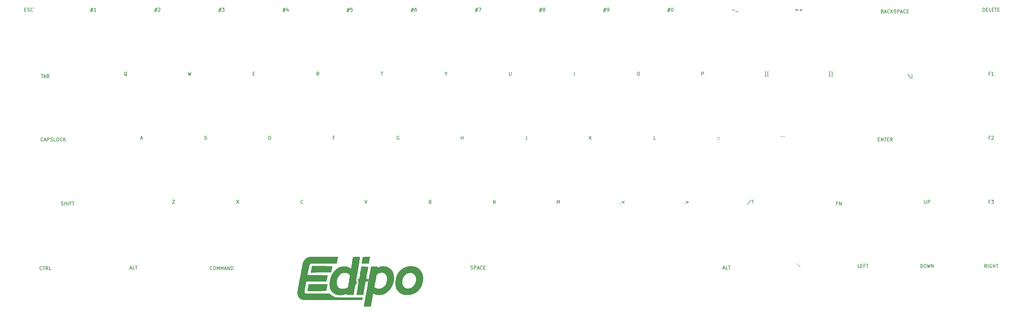
<source format=gbr>
%TF.GenerationSoftware,KiCad,Pcbnew,9.0.3*%
%TF.CreationDate,2025-08-06T18:50:17-07:00*%
%TF.ProjectId,PCB-Keyboard-EDIPO,5043422d-4b65-4796-926f-6172642d4544,rev?*%
%TF.SameCoordinates,Original*%
%TF.FileFunction,Legend,Top*%
%TF.FilePolarity,Positive*%
%FSLAX46Y46*%
G04 Gerber Fmt 4.6, Leading zero omitted, Abs format (unit mm)*
G04 Created by KiCad (PCBNEW 9.0.3) date 2025-08-06 18:50:18*
%MOMM*%
%LPD*%
G01*
G04 APERTURE LIST*
%ADD10C,0.150000*%
%ADD11C,0.300000*%
%ADD12C,0.000000*%
G04 APERTURE END LIST*
D10*
X36538843Y88740036D02*
X36681700Y88692416D01*
X36681700Y88692416D02*
X36919795Y88692416D01*
X36919795Y88692416D02*
X37015033Y88740036D01*
X37015033Y88740036D02*
X37062652Y88787655D01*
X37062652Y88787655D02*
X37110271Y88882893D01*
X37110271Y88882893D02*
X37110271Y88978131D01*
X37110271Y88978131D02*
X37062652Y89073369D01*
X37062652Y89073369D02*
X37015033Y89120988D01*
X37015033Y89120988D02*
X36919795Y89168607D01*
X36919795Y89168607D02*
X36729319Y89216226D01*
X36729319Y89216226D02*
X36634081Y89263845D01*
X36634081Y89263845D02*
X36586462Y89311464D01*
X36586462Y89311464D02*
X36538843Y89406702D01*
X36538843Y89406702D02*
X36538843Y89501940D01*
X36538843Y89501940D02*
X36586462Y89597178D01*
X36586462Y89597178D02*
X36634081Y89644797D01*
X36634081Y89644797D02*
X36729319Y89692416D01*
X36729319Y89692416D02*
X36967414Y89692416D01*
X36967414Y89692416D02*
X37110271Y89644797D01*
X37538843Y88692416D02*
X37538843Y89692416D01*
X37538843Y89216226D02*
X38110271Y89216226D01*
X38110271Y88692416D02*
X38110271Y89692416D01*
X38586462Y88692416D02*
X38586462Y89692416D01*
X39395985Y89216226D02*
X39062652Y89216226D01*
X39062652Y88692416D02*
X39062652Y89692416D01*
X39062652Y89692416D02*
X39538842Y89692416D01*
X39776938Y89692416D02*
X40348366Y89692416D01*
X40062652Y88692416D02*
X40062652Y89692416D01*
X312431402Y89716226D02*
X312098069Y89716226D01*
X312098069Y89192416D02*
X312098069Y90192416D01*
X312098069Y90192416D02*
X312574259Y90192416D01*
X312859974Y90192416D02*
X313479021Y90192416D01*
X313479021Y90192416D02*
X313145688Y89811464D01*
X313145688Y89811464D02*
X313288545Y89811464D01*
X313288545Y89811464D02*
X313383783Y89763845D01*
X313383783Y89763845D02*
X313431402Y89716226D01*
X313431402Y89716226D02*
X313479021Y89620988D01*
X313479021Y89620988D02*
X313479021Y89382893D01*
X313479021Y89382893D02*
X313431402Y89287655D01*
X313431402Y89287655D02*
X313383783Y89240036D01*
X313383783Y89240036D02*
X313288545Y89192416D01*
X313288545Y89192416D02*
X313002831Y89192416D01*
X313002831Y89192416D02*
X312907593Y89240036D01*
X312907593Y89240036D02*
X312859974Y89287655D01*
X126693903Y90192416D02*
X127027236Y89192416D01*
X127027236Y89192416D02*
X127360569Y90192416D01*
X55970688Y127197178D02*
X55875450Y127244797D01*
X55875450Y127244797D02*
X55780212Y127340036D01*
X55780212Y127340036D02*
X55637355Y127482893D01*
X55637355Y127482893D02*
X55542117Y127530512D01*
X55542117Y127530512D02*
X55446879Y127530512D01*
X55494498Y127292416D02*
X55399260Y127340036D01*
X55399260Y127340036D02*
X55304022Y127435274D01*
X55304022Y127435274D02*
X55256403Y127625750D01*
X55256403Y127625750D02*
X55256403Y127959083D01*
X55256403Y127959083D02*
X55304022Y128149559D01*
X55304022Y128149559D02*
X55399260Y128244797D01*
X55399260Y128244797D02*
X55494498Y128292416D01*
X55494498Y128292416D02*
X55684974Y128292416D01*
X55684974Y128292416D02*
X55780212Y128244797D01*
X55780212Y128244797D02*
X55875450Y128149559D01*
X55875450Y128149559D02*
X55923069Y127959083D01*
X55923069Y127959083D02*
X55923069Y127625750D01*
X55923069Y127625750D02*
X55875450Y127435274D01*
X55875450Y127435274D02*
X55780212Y127340036D01*
X55780212Y127340036D02*
X55684974Y127292416D01*
X55684974Y127292416D02*
X55494498Y127292416D01*
X117645093Y108766226D02*
X117311760Y108766226D01*
X117311760Y108242416D02*
X117311760Y109242416D01*
X117311760Y109242416D02*
X117787950Y109242416D01*
X88593903Y90192416D02*
X89260569Y89192416D01*
X89260569Y90192416D02*
X88593903Y89192416D01*
X202655808Y89240036D02*
X202655808Y89192416D01*
X202655808Y89192416D02*
X202608189Y89097178D01*
X202608189Y89097178D02*
X202560570Y89049559D01*
X203846284Y89859083D02*
X203084379Y89573369D01*
X203084379Y89573369D02*
X203846284Y89287655D01*
X108286759Y89287655D02*
X108239140Y89240036D01*
X108239140Y89240036D02*
X108096283Y89192416D01*
X108096283Y89192416D02*
X108001045Y89192416D01*
X108001045Y89192416D02*
X107858188Y89240036D01*
X107858188Y89240036D02*
X107762950Y89335274D01*
X107762950Y89335274D02*
X107715331Y89430512D01*
X107715331Y89430512D02*
X107667712Y89620988D01*
X107667712Y89620988D02*
X107667712Y89763845D01*
X107667712Y89763845D02*
X107715331Y89954321D01*
X107715331Y89954321D02*
X107762950Y90049559D01*
X107762950Y90049559D02*
X107858188Y90144797D01*
X107858188Y90144797D02*
X108001045Y90192416D01*
X108001045Y90192416D02*
X108096283Y90192416D01*
X108096283Y90192416D02*
X108239140Y90144797D01*
X108239140Y90144797D02*
X108286759Y90097178D01*
X292929022Y90192416D02*
X292929022Y89382893D01*
X292929022Y89382893D02*
X292976641Y89287655D01*
X292976641Y89287655D02*
X293024260Y89240036D01*
X293024260Y89240036D02*
X293119498Y89192416D01*
X293119498Y89192416D02*
X293309974Y89192416D01*
X293309974Y89192416D02*
X293405212Y89240036D01*
X293405212Y89240036D02*
X293452831Y89287655D01*
X293452831Y89287655D02*
X293500450Y89382893D01*
X293500450Y89382893D02*
X293500450Y90192416D01*
X293976641Y89192416D02*
X293976641Y90192416D01*
X293976641Y90192416D02*
X294357593Y90192416D01*
X294357593Y90192416D02*
X294452831Y90144797D01*
X294452831Y90144797D02*
X294500450Y90097178D01*
X294500450Y90097178D02*
X294548069Y90001940D01*
X294548069Y90001940D02*
X294548069Y89859083D01*
X294548069Y89859083D02*
X294500450Y89763845D01*
X294500450Y89763845D02*
X294452831Y89716226D01*
X294452831Y89716226D02*
X294357593Y89668607D01*
X294357593Y89668607D02*
X293976641Y89668607D01*
X273712354Y70142416D02*
X273236164Y70142416D01*
X273236164Y70142416D02*
X273236164Y71142416D01*
X274045688Y70666226D02*
X274379021Y70666226D01*
X274521878Y70142416D02*
X274045688Y70142416D01*
X274045688Y70142416D02*
X274045688Y71142416D01*
X274045688Y71142416D02*
X274521878Y71142416D01*
X275283783Y70666226D02*
X274950450Y70666226D01*
X274950450Y70142416D02*
X274950450Y71142416D01*
X274950450Y71142416D02*
X275426640Y71142416D01*
X275664736Y71142416D02*
X276236164Y71142416D01*
X275950450Y70142416D02*
X275950450Y71142416D01*
X188939736Y127292416D02*
X188939736Y128292416D01*
X178629022Y147009083D02*
X179343307Y147009083D01*
X178914736Y147437655D02*
X178629022Y146151940D01*
X179248069Y146580512D02*
X178533784Y146580512D01*
X178962355Y146151940D02*
X179248069Y147437655D01*
X179819498Y146913845D02*
X179724260Y146961464D01*
X179724260Y146961464D02*
X179676641Y147009083D01*
X179676641Y147009083D02*
X179629022Y147104321D01*
X179629022Y147104321D02*
X179629022Y147151940D01*
X179629022Y147151940D02*
X179676641Y147247178D01*
X179676641Y147247178D02*
X179724260Y147294797D01*
X179724260Y147294797D02*
X179819498Y147342416D01*
X179819498Y147342416D02*
X180009974Y147342416D01*
X180009974Y147342416D02*
X180105212Y147294797D01*
X180105212Y147294797D02*
X180152831Y147247178D01*
X180152831Y147247178D02*
X180200450Y147151940D01*
X180200450Y147151940D02*
X180200450Y147104321D01*
X180200450Y147104321D02*
X180152831Y147009083D01*
X180152831Y147009083D02*
X180105212Y146961464D01*
X180105212Y146961464D02*
X180009974Y146913845D01*
X180009974Y146913845D02*
X179819498Y146913845D01*
X179819498Y146913845D02*
X179724260Y146866226D01*
X179724260Y146866226D02*
X179676641Y146818607D01*
X179676641Y146818607D02*
X179629022Y146723369D01*
X179629022Y146723369D02*
X179629022Y146532893D01*
X179629022Y146532893D02*
X179676641Y146437655D01*
X179676641Y146437655D02*
X179724260Y146390036D01*
X179724260Y146390036D02*
X179819498Y146342416D01*
X179819498Y146342416D02*
X180009974Y146342416D01*
X180009974Y146342416D02*
X180105212Y146390036D01*
X180105212Y146390036D02*
X180152831Y146437655D01*
X180152831Y146437655D02*
X180200450Y146532893D01*
X180200450Y146532893D02*
X180200450Y146723369D01*
X180200450Y146723369D02*
X180152831Y146818607D01*
X180152831Y146818607D02*
X180105212Y146866226D01*
X180105212Y146866226D02*
X180009974Y146913845D01*
X264615926Y126911464D02*
X264663545Y126911464D01*
X264663545Y126911464D02*
X264758783Y126959083D01*
X264758783Y126959083D02*
X264806402Y127054321D01*
X264806402Y127054321D02*
X264806402Y127530512D01*
X264806402Y127530512D02*
X264854021Y127625750D01*
X264854021Y127625750D02*
X264949259Y127673369D01*
X264949259Y127673369D02*
X264854021Y127720988D01*
X264854021Y127720988D02*
X264806402Y127816226D01*
X264806402Y127816226D02*
X264806402Y128292416D01*
X264806402Y128292416D02*
X264758783Y128387655D01*
X264758783Y128387655D02*
X264663545Y128435274D01*
X264663545Y128435274D02*
X264615926Y128435274D01*
X265282593Y126959083D02*
X265520688Y126959083D01*
X265520688Y126959083D02*
X265520688Y128387655D01*
X265520688Y128387655D02*
X265282593Y128387655D01*
X235802831Y146723369D02*
X236564736Y146723369D01*
X236802831Y146247178D02*
X237564735Y146247178D01*
X121479022Y147009083D02*
X122193307Y147009083D01*
X121764736Y147437655D02*
X121479022Y146151940D01*
X122098069Y146580512D02*
X121383784Y146580512D01*
X121812355Y146151940D02*
X122098069Y147437655D01*
X123002831Y147342416D02*
X122526641Y147342416D01*
X122526641Y147342416D02*
X122479022Y146866226D01*
X122479022Y146866226D02*
X122526641Y146913845D01*
X122526641Y146913845D02*
X122621879Y146961464D01*
X122621879Y146961464D02*
X122859974Y146961464D01*
X122859974Y146961464D02*
X122955212Y146913845D01*
X122955212Y146913845D02*
X123002831Y146866226D01*
X123002831Y146866226D02*
X123050450Y146770988D01*
X123050450Y146770988D02*
X123050450Y146532893D01*
X123050450Y146532893D02*
X123002831Y146437655D01*
X123002831Y146437655D02*
X122955212Y146390036D01*
X122955212Y146390036D02*
X122859974Y146342416D01*
X122859974Y146342416D02*
X122621879Y146342416D01*
X122621879Y146342416D02*
X122526641Y146390036D01*
X122526641Y146390036D02*
X122479022Y146437655D01*
X291833784Y70142416D02*
X291833784Y71142416D01*
X291833784Y71142416D02*
X292071879Y71142416D01*
X292071879Y71142416D02*
X292214736Y71094797D01*
X292214736Y71094797D02*
X292309974Y70999559D01*
X292309974Y70999559D02*
X292357593Y70904321D01*
X292357593Y70904321D02*
X292405212Y70713845D01*
X292405212Y70713845D02*
X292405212Y70570988D01*
X292405212Y70570988D02*
X292357593Y70380512D01*
X292357593Y70380512D02*
X292309974Y70285274D01*
X292309974Y70285274D02*
X292214736Y70190036D01*
X292214736Y70190036D02*
X292071879Y70142416D01*
X292071879Y70142416D02*
X291833784Y70142416D01*
X293024260Y71142416D02*
X293214736Y71142416D01*
X293214736Y71142416D02*
X293309974Y71094797D01*
X293309974Y71094797D02*
X293405212Y70999559D01*
X293405212Y70999559D02*
X293452831Y70809083D01*
X293452831Y70809083D02*
X293452831Y70475750D01*
X293452831Y70475750D02*
X293405212Y70285274D01*
X293405212Y70285274D02*
X293309974Y70190036D01*
X293309974Y70190036D02*
X293214736Y70142416D01*
X293214736Y70142416D02*
X293024260Y70142416D01*
X293024260Y70142416D02*
X292929022Y70190036D01*
X292929022Y70190036D02*
X292833784Y70285274D01*
X292833784Y70285274D02*
X292786165Y70475750D01*
X292786165Y70475750D02*
X292786165Y70809083D01*
X292786165Y70809083D02*
X292833784Y70999559D01*
X292833784Y70999559D02*
X292929022Y71094797D01*
X292929022Y71094797D02*
X293024260Y71142416D01*
X293786165Y71142416D02*
X294024260Y70142416D01*
X294024260Y70142416D02*
X294214736Y70856702D01*
X294214736Y70856702D02*
X294405212Y70142416D01*
X294405212Y70142416D02*
X294643308Y71142416D01*
X295024260Y70142416D02*
X295024260Y71142416D01*
X295024260Y71142416D02*
X295595688Y70142416D01*
X295595688Y70142416D02*
X295595688Y71142416D01*
X56922176Y69928131D02*
X57398366Y69928131D01*
X56826938Y69642416D02*
X57160271Y70642416D01*
X57160271Y70642416D02*
X57493604Y69642416D01*
X58303128Y69642416D02*
X57826938Y69642416D01*
X57826938Y69642416D02*
X57826938Y70642416D01*
X58493605Y70642416D02*
X59065033Y70642416D01*
X58779319Y69642416D02*
X58779319Y70642416D01*
X312431402Y127816226D02*
X312098069Y127816226D01*
X312098069Y127292416D02*
X312098069Y128292416D01*
X312098069Y128292416D02*
X312574259Y128292416D01*
X313479021Y127292416D02*
X312907593Y127292416D01*
X313193307Y127292416D02*
X313193307Y128292416D01*
X313193307Y128292416D02*
X313098069Y128149559D01*
X313098069Y128149559D02*
X313002831Y128054321D01*
X313002831Y128054321D02*
X312907593Y128006702D01*
X197679022Y147009083D02*
X198393307Y147009083D01*
X197964736Y147437655D02*
X197679022Y146151940D01*
X198298069Y146580512D02*
X197583784Y146580512D01*
X198012355Y146151940D02*
X198298069Y147437655D01*
X198774260Y146342416D02*
X198964736Y146342416D01*
X198964736Y146342416D02*
X199059974Y146390036D01*
X199059974Y146390036D02*
X199107593Y146437655D01*
X199107593Y146437655D02*
X199202831Y146580512D01*
X199202831Y146580512D02*
X199250450Y146770988D01*
X199250450Y146770988D02*
X199250450Y147151940D01*
X199250450Y147151940D02*
X199202831Y147247178D01*
X199202831Y147247178D02*
X199155212Y147294797D01*
X199155212Y147294797D02*
X199059974Y147342416D01*
X199059974Y147342416D02*
X198869498Y147342416D01*
X198869498Y147342416D02*
X198774260Y147294797D01*
X198774260Y147294797D02*
X198726641Y147247178D01*
X198726641Y147247178D02*
X198679022Y147151940D01*
X198679022Y147151940D02*
X198679022Y146913845D01*
X198679022Y146913845D02*
X198726641Y146818607D01*
X198726641Y146818607D02*
X198774260Y146770988D01*
X198774260Y146770988D02*
X198869498Y146723369D01*
X198869498Y146723369D02*
X199059974Y146723369D01*
X199059974Y146723369D02*
X199155212Y146770988D01*
X199155212Y146770988D02*
X199202831Y146818607D01*
X199202831Y146818607D02*
X199250450Y146913845D01*
X31109676Y107837655D02*
X31062057Y107790036D01*
X31062057Y107790036D02*
X30919200Y107742416D01*
X30919200Y107742416D02*
X30823962Y107742416D01*
X30823962Y107742416D02*
X30681105Y107790036D01*
X30681105Y107790036D02*
X30585867Y107885274D01*
X30585867Y107885274D02*
X30538248Y107980512D01*
X30538248Y107980512D02*
X30490629Y108170988D01*
X30490629Y108170988D02*
X30490629Y108313845D01*
X30490629Y108313845D02*
X30538248Y108504321D01*
X30538248Y108504321D02*
X30585867Y108599559D01*
X30585867Y108599559D02*
X30681105Y108694797D01*
X30681105Y108694797D02*
X30823962Y108742416D01*
X30823962Y108742416D02*
X30919200Y108742416D01*
X30919200Y108742416D02*
X31062057Y108694797D01*
X31062057Y108694797D02*
X31109676Y108647178D01*
X31490629Y108028131D02*
X31966819Y108028131D01*
X31395391Y107742416D02*
X31728724Y108742416D01*
X31728724Y108742416D02*
X32062057Y107742416D01*
X32395391Y107742416D02*
X32395391Y108742416D01*
X32395391Y108742416D02*
X32776343Y108742416D01*
X32776343Y108742416D02*
X32871581Y108694797D01*
X32871581Y108694797D02*
X32919200Y108647178D01*
X32919200Y108647178D02*
X32966819Y108551940D01*
X32966819Y108551940D02*
X32966819Y108409083D01*
X32966819Y108409083D02*
X32919200Y108313845D01*
X32919200Y108313845D02*
X32871581Y108266226D01*
X32871581Y108266226D02*
X32776343Y108218607D01*
X32776343Y108218607D02*
X32395391Y108218607D01*
X33347772Y107790036D02*
X33490629Y107742416D01*
X33490629Y107742416D02*
X33728724Y107742416D01*
X33728724Y107742416D02*
X33823962Y107790036D01*
X33823962Y107790036D02*
X33871581Y107837655D01*
X33871581Y107837655D02*
X33919200Y107932893D01*
X33919200Y107932893D02*
X33919200Y108028131D01*
X33919200Y108028131D02*
X33871581Y108123369D01*
X33871581Y108123369D02*
X33823962Y108170988D01*
X33823962Y108170988D02*
X33728724Y108218607D01*
X33728724Y108218607D02*
X33538248Y108266226D01*
X33538248Y108266226D02*
X33443010Y108313845D01*
X33443010Y108313845D02*
X33395391Y108361464D01*
X33395391Y108361464D02*
X33347772Y108456702D01*
X33347772Y108456702D02*
X33347772Y108551940D01*
X33347772Y108551940D02*
X33395391Y108647178D01*
X33395391Y108647178D02*
X33443010Y108694797D01*
X33443010Y108694797D02*
X33538248Y108742416D01*
X33538248Y108742416D02*
X33776343Y108742416D01*
X33776343Y108742416D02*
X33919200Y108694797D01*
X34823962Y107742416D02*
X34347772Y107742416D01*
X34347772Y107742416D02*
X34347772Y108742416D01*
X35347772Y108742416D02*
X35538248Y108742416D01*
X35538248Y108742416D02*
X35633486Y108694797D01*
X35633486Y108694797D02*
X35728724Y108599559D01*
X35728724Y108599559D02*
X35776343Y108409083D01*
X35776343Y108409083D02*
X35776343Y108075750D01*
X35776343Y108075750D02*
X35728724Y107885274D01*
X35728724Y107885274D02*
X35633486Y107790036D01*
X35633486Y107790036D02*
X35538248Y107742416D01*
X35538248Y107742416D02*
X35347772Y107742416D01*
X35347772Y107742416D02*
X35252534Y107790036D01*
X35252534Y107790036D02*
X35157296Y107885274D01*
X35157296Y107885274D02*
X35109677Y108075750D01*
X35109677Y108075750D02*
X35109677Y108409083D01*
X35109677Y108409083D02*
X35157296Y108599559D01*
X35157296Y108599559D02*
X35252534Y108694797D01*
X35252534Y108694797D02*
X35347772Y108742416D01*
X36776343Y107837655D02*
X36728724Y107790036D01*
X36728724Y107790036D02*
X36585867Y107742416D01*
X36585867Y107742416D02*
X36490629Y107742416D01*
X36490629Y107742416D02*
X36347772Y107790036D01*
X36347772Y107790036D02*
X36252534Y107885274D01*
X36252534Y107885274D02*
X36204915Y107980512D01*
X36204915Y107980512D02*
X36157296Y108170988D01*
X36157296Y108170988D02*
X36157296Y108313845D01*
X36157296Y108313845D02*
X36204915Y108504321D01*
X36204915Y108504321D02*
X36252534Y108599559D01*
X36252534Y108599559D02*
X36347772Y108694797D01*
X36347772Y108694797D02*
X36490629Y108742416D01*
X36490629Y108742416D02*
X36585867Y108742416D01*
X36585867Y108742416D02*
X36728724Y108694797D01*
X36728724Y108694797D02*
X36776343Y108647178D01*
X37204915Y107742416D02*
X37204915Y108742416D01*
X37776343Y107742416D02*
X37347772Y108313845D01*
X37776343Y108742416D02*
X37204915Y108170988D01*
X174795093Y109242416D02*
X174795093Y108528131D01*
X174795093Y108528131D02*
X174747474Y108385274D01*
X174747474Y108385274D02*
X174652236Y108290036D01*
X174652236Y108290036D02*
X174509379Y108242416D01*
X174509379Y108242416D02*
X174414141Y108242416D01*
X311431402Y70142416D02*
X311098069Y70618607D01*
X310859974Y70142416D02*
X310859974Y71142416D01*
X310859974Y71142416D02*
X311240926Y71142416D01*
X311240926Y71142416D02*
X311336164Y71094797D01*
X311336164Y71094797D02*
X311383783Y71047178D01*
X311383783Y71047178D02*
X311431402Y70951940D01*
X311431402Y70951940D02*
X311431402Y70809083D01*
X311431402Y70809083D02*
X311383783Y70713845D01*
X311383783Y70713845D02*
X311336164Y70666226D01*
X311336164Y70666226D02*
X311240926Y70618607D01*
X311240926Y70618607D02*
X310859974Y70618607D01*
X311859974Y70142416D02*
X311859974Y71142416D01*
X312859973Y71094797D02*
X312764735Y71142416D01*
X312764735Y71142416D02*
X312621878Y71142416D01*
X312621878Y71142416D02*
X312479021Y71094797D01*
X312479021Y71094797D02*
X312383783Y70999559D01*
X312383783Y70999559D02*
X312336164Y70904321D01*
X312336164Y70904321D02*
X312288545Y70713845D01*
X312288545Y70713845D02*
X312288545Y70570988D01*
X312288545Y70570988D02*
X312336164Y70380512D01*
X312336164Y70380512D02*
X312383783Y70285274D01*
X312383783Y70285274D02*
X312479021Y70190036D01*
X312479021Y70190036D02*
X312621878Y70142416D01*
X312621878Y70142416D02*
X312717116Y70142416D01*
X312717116Y70142416D02*
X312859973Y70190036D01*
X312859973Y70190036D02*
X312907592Y70237655D01*
X312907592Y70237655D02*
X312907592Y70570988D01*
X312907592Y70570988D02*
X312717116Y70570988D01*
X313336164Y70142416D02*
X313336164Y71142416D01*
X313336164Y70666226D02*
X313907592Y70666226D01*
X313907592Y70142416D02*
X313907592Y71142416D01*
X314240926Y71142416D02*
X314812354Y71142416D01*
X314526640Y70142416D02*
X314526640Y71142416D01*
X30776045Y69567655D02*
X30728426Y69520036D01*
X30728426Y69520036D02*
X30585569Y69472416D01*
X30585569Y69472416D02*
X30490331Y69472416D01*
X30490331Y69472416D02*
X30347474Y69520036D01*
X30347474Y69520036D02*
X30252236Y69615274D01*
X30252236Y69615274D02*
X30204617Y69710512D01*
X30204617Y69710512D02*
X30156998Y69900988D01*
X30156998Y69900988D02*
X30156998Y70043845D01*
X30156998Y70043845D02*
X30204617Y70234321D01*
X30204617Y70234321D02*
X30252236Y70329559D01*
X30252236Y70329559D02*
X30347474Y70424797D01*
X30347474Y70424797D02*
X30490331Y70472416D01*
X30490331Y70472416D02*
X30585569Y70472416D01*
X30585569Y70472416D02*
X30728426Y70424797D01*
X30728426Y70424797D02*
X30776045Y70377178D01*
X31061760Y70472416D02*
X31633188Y70472416D01*
X31347474Y69472416D02*
X31347474Y70472416D01*
X32537950Y69472416D02*
X32204617Y69948607D01*
X31966522Y69472416D02*
X31966522Y70472416D01*
X31966522Y70472416D02*
X32347474Y70472416D01*
X32347474Y70472416D02*
X32442712Y70424797D01*
X32442712Y70424797D02*
X32490331Y70377178D01*
X32490331Y70377178D02*
X32537950Y70281940D01*
X32537950Y70281940D02*
X32537950Y70139083D01*
X32537950Y70139083D02*
X32490331Y70043845D01*
X32490331Y70043845D02*
X32442712Y69996226D01*
X32442712Y69996226D02*
X32347474Y69948607D01*
X32347474Y69948607D02*
X31966522Y69948607D01*
X33442712Y69472416D02*
X32966522Y69472416D01*
X32966522Y69472416D02*
X32966522Y70472416D01*
X159579022Y147009083D02*
X160293307Y147009083D01*
X159864736Y147437655D02*
X159579022Y146151940D01*
X160198069Y146580512D02*
X159483784Y146580512D01*
X159912355Y146151940D02*
X160198069Y147437655D01*
X160531403Y147342416D02*
X161198069Y147342416D01*
X161198069Y147342416D02*
X160769498Y146342416D01*
X216729022Y147009083D02*
X217443307Y147009083D01*
X217014736Y147437655D02*
X216729022Y146151940D01*
X217348069Y146580512D02*
X216633784Y146580512D01*
X217062355Y146151940D02*
X217348069Y147437655D01*
X217967117Y147342416D02*
X218062355Y147342416D01*
X218062355Y147342416D02*
X218157593Y147294797D01*
X218157593Y147294797D02*
X218205212Y147247178D01*
X218205212Y147247178D02*
X218252831Y147151940D01*
X218252831Y147151940D02*
X218300450Y146961464D01*
X218300450Y146961464D02*
X218300450Y146723369D01*
X218300450Y146723369D02*
X218252831Y146532893D01*
X218252831Y146532893D02*
X218205212Y146437655D01*
X218205212Y146437655D02*
X218157593Y146390036D01*
X218157593Y146390036D02*
X218062355Y146342416D01*
X218062355Y146342416D02*
X217967117Y146342416D01*
X217967117Y146342416D02*
X217871879Y146390036D01*
X217871879Y146390036D02*
X217824260Y146437655D01*
X217824260Y146437655D02*
X217776641Y146532893D01*
X217776641Y146532893D02*
X217729022Y146723369D01*
X217729022Y146723369D02*
X217729022Y146961464D01*
X217729022Y146961464D02*
X217776641Y147151940D01*
X217776641Y147151940D02*
X217824260Y147247178D01*
X217824260Y147247178D02*
X217871879Y147294797D01*
X217871879Y147294797D02*
X217967117Y147342416D01*
X310359974Y146342416D02*
X310359974Y147342416D01*
X310359974Y147342416D02*
X310598069Y147342416D01*
X310598069Y147342416D02*
X310740926Y147294797D01*
X310740926Y147294797D02*
X310836164Y147199559D01*
X310836164Y147199559D02*
X310883783Y147104321D01*
X310883783Y147104321D02*
X310931402Y146913845D01*
X310931402Y146913845D02*
X310931402Y146770988D01*
X310931402Y146770988D02*
X310883783Y146580512D01*
X310883783Y146580512D02*
X310836164Y146485274D01*
X310836164Y146485274D02*
X310740926Y146390036D01*
X310740926Y146390036D02*
X310598069Y146342416D01*
X310598069Y146342416D02*
X310359974Y146342416D01*
X311359974Y146866226D02*
X311693307Y146866226D01*
X311836164Y146342416D02*
X311359974Y146342416D01*
X311359974Y146342416D02*
X311359974Y147342416D01*
X311359974Y147342416D02*
X311836164Y147342416D01*
X312740926Y146342416D02*
X312264736Y146342416D01*
X312264736Y146342416D02*
X312264736Y147342416D01*
X313074260Y146866226D02*
X313407593Y146866226D01*
X313550450Y146342416D02*
X313074260Y146342416D01*
X313074260Y146342416D02*
X313074260Y147342416D01*
X313074260Y147342416D02*
X313550450Y147342416D01*
X313836165Y147342416D02*
X314407593Y147342416D01*
X314121879Y146342416D02*
X314121879Y147342416D01*
X314740927Y146866226D02*
X315074260Y146866226D01*
X315217117Y146342416D02*
X314740927Y146342416D01*
X314740927Y146342416D02*
X314740927Y147342416D01*
X314740927Y147342416D02*
X315217117Y147342416D01*
X83379022Y147009083D02*
X84093307Y147009083D01*
X83664736Y147437655D02*
X83379022Y146151940D01*
X83998069Y146580512D02*
X83283784Y146580512D01*
X83712355Y146151940D02*
X83998069Y147437655D01*
X84331403Y147342416D02*
X84950450Y147342416D01*
X84950450Y147342416D02*
X84617117Y146961464D01*
X84617117Y146961464D02*
X84759974Y146961464D01*
X84759974Y146961464D02*
X84855212Y146913845D01*
X84855212Y146913845D02*
X84902831Y146866226D01*
X84902831Y146866226D02*
X84950450Y146770988D01*
X84950450Y146770988D02*
X84950450Y146532893D01*
X84950450Y146532893D02*
X84902831Y146437655D01*
X84902831Y146437655D02*
X84855212Y146390036D01*
X84855212Y146390036D02*
X84759974Y146342416D01*
X84759974Y146342416D02*
X84474260Y146342416D01*
X84474260Y146342416D02*
X84379022Y146390036D01*
X84379022Y146390036D02*
X84331403Y146437655D01*
X183843903Y89192416D02*
X183843903Y90192416D01*
X183843903Y90192416D02*
X184177236Y89478131D01*
X184177236Y89478131D02*
X184510569Y90192416D01*
X184510569Y90192416D02*
X184510569Y89192416D01*
X279212057Y108266226D02*
X279545390Y108266226D01*
X279688247Y107742416D02*
X279212057Y107742416D01*
X279212057Y107742416D02*
X279212057Y108742416D01*
X279212057Y108742416D02*
X279688247Y108742416D01*
X280116819Y107742416D02*
X280116819Y108742416D01*
X280116819Y108742416D02*
X280688247Y107742416D01*
X280688247Y107742416D02*
X280688247Y108742416D01*
X281021581Y108742416D02*
X281593009Y108742416D01*
X281307295Y107742416D02*
X281307295Y108742416D01*
X281926343Y108266226D02*
X282259676Y108266226D01*
X282402533Y107742416D02*
X281926343Y107742416D01*
X281926343Y107742416D02*
X281926343Y108742416D01*
X281926343Y108742416D02*
X282402533Y108742416D01*
X283402533Y107742416D02*
X283069200Y108218607D01*
X282831105Y107742416D02*
X282831105Y108742416D01*
X282831105Y108742416D02*
X283212057Y108742416D01*
X283212057Y108742416D02*
X283307295Y108694797D01*
X283307295Y108694797D02*
X283354914Y108647178D01*
X283354914Y108647178D02*
X283402533Y108551940D01*
X283402533Y108551940D02*
X283402533Y108409083D01*
X283402533Y108409083D02*
X283354914Y108313845D01*
X283354914Y108313845D02*
X283307295Y108266226D01*
X283307295Y108266226D02*
X283212057Y108218607D01*
X283212057Y108218607D02*
X282831105Y108218607D01*
X231611760Y108290036D02*
X231611760Y108242416D01*
X231611760Y108242416D02*
X231564141Y108147178D01*
X231564141Y108147178D02*
X231516522Y108099559D01*
X231564141Y108861464D02*
X231611760Y108813845D01*
X231611760Y108813845D02*
X231564141Y108766226D01*
X231564141Y108766226D02*
X231516522Y108813845D01*
X231516522Y108813845D02*
X231564141Y108861464D01*
X231564141Y108861464D02*
X231564141Y108766226D01*
X232040331Y108337655D02*
X232087950Y108290036D01*
X232087950Y108290036D02*
X232040331Y108242416D01*
X232040331Y108242416D02*
X231992712Y108290036D01*
X231992712Y108290036D02*
X232040331Y108337655D01*
X232040331Y108337655D02*
X232040331Y108242416D01*
X232040331Y108861464D02*
X232087950Y108813845D01*
X232087950Y108813845D02*
X232040331Y108766226D01*
X232040331Y108766226D02*
X231992712Y108813845D01*
X231992712Y108813845D02*
X232040331Y108861464D01*
X232040331Y108861464D02*
X232040331Y108766226D01*
X245946878Y126959083D02*
X245708783Y126959083D01*
X245708783Y126959083D02*
X245708783Y128387655D01*
X245708783Y128387655D02*
X245946878Y128387655D01*
X246613545Y126911464D02*
X246565926Y126911464D01*
X246565926Y126911464D02*
X246470688Y126959083D01*
X246470688Y126959083D02*
X246423069Y127054321D01*
X246423069Y127054321D02*
X246423069Y127530512D01*
X246423069Y127530512D02*
X246375450Y127625750D01*
X246375450Y127625750D02*
X246280212Y127673369D01*
X246280212Y127673369D02*
X246375450Y127720988D01*
X246375450Y127720988D02*
X246423069Y127816226D01*
X246423069Y127816226D02*
X246423069Y128292416D01*
X246423069Y128292416D02*
X246470688Y128387655D01*
X246470688Y128387655D02*
X246565926Y128435274D01*
X246565926Y128435274D02*
X246613545Y128435274D01*
X255162355Y71190036D02*
X255305212Y71047178D01*
X255543307Y70523369D02*
X255590926Y70570988D01*
X255590926Y70570988D02*
X255686164Y70618607D01*
X255686164Y70618607D02*
X255876640Y70523369D01*
X255876640Y70523369D02*
X255971878Y70570988D01*
X255971878Y70570988D02*
X256019497Y70618607D01*
X288022473Y127717655D02*
X288879616Y126431940D01*
X289260569Y126289083D02*
X289260569Y127717655D01*
X81330212Y69567655D02*
X81282593Y69520036D01*
X81282593Y69520036D02*
X81139736Y69472416D01*
X81139736Y69472416D02*
X81044498Y69472416D01*
X81044498Y69472416D02*
X80901641Y69520036D01*
X80901641Y69520036D02*
X80806403Y69615274D01*
X80806403Y69615274D02*
X80758784Y69710512D01*
X80758784Y69710512D02*
X80711165Y69900988D01*
X80711165Y69900988D02*
X80711165Y70043845D01*
X80711165Y70043845D02*
X80758784Y70234321D01*
X80758784Y70234321D02*
X80806403Y70329559D01*
X80806403Y70329559D02*
X80901641Y70424797D01*
X80901641Y70424797D02*
X81044498Y70472416D01*
X81044498Y70472416D02*
X81139736Y70472416D01*
X81139736Y70472416D02*
X81282593Y70424797D01*
X81282593Y70424797D02*
X81330212Y70377178D01*
X81949260Y70472416D02*
X82139736Y70472416D01*
X82139736Y70472416D02*
X82234974Y70424797D01*
X82234974Y70424797D02*
X82330212Y70329559D01*
X82330212Y70329559D02*
X82377831Y70139083D01*
X82377831Y70139083D02*
X82377831Y69805750D01*
X82377831Y69805750D02*
X82330212Y69615274D01*
X82330212Y69615274D02*
X82234974Y69520036D01*
X82234974Y69520036D02*
X82139736Y69472416D01*
X82139736Y69472416D02*
X81949260Y69472416D01*
X81949260Y69472416D02*
X81854022Y69520036D01*
X81854022Y69520036D02*
X81758784Y69615274D01*
X81758784Y69615274D02*
X81711165Y69805750D01*
X81711165Y69805750D02*
X81711165Y70139083D01*
X81711165Y70139083D02*
X81758784Y70329559D01*
X81758784Y70329559D02*
X81854022Y70424797D01*
X81854022Y70424797D02*
X81949260Y70472416D01*
X82806403Y69472416D02*
X82806403Y70472416D01*
X82806403Y70472416D02*
X83139736Y69758131D01*
X83139736Y69758131D02*
X83473069Y70472416D01*
X83473069Y70472416D02*
X83473069Y69472416D01*
X83949260Y69472416D02*
X83949260Y70472416D01*
X83949260Y70472416D02*
X84282593Y69758131D01*
X84282593Y69758131D02*
X84615926Y70472416D01*
X84615926Y70472416D02*
X84615926Y69472416D01*
X85044498Y69758131D02*
X85520688Y69758131D01*
X84949260Y69472416D02*
X85282593Y70472416D01*
X85282593Y70472416D02*
X85615926Y69472416D01*
X85949260Y69472416D02*
X85949260Y70472416D01*
X85949260Y70472416D02*
X86520688Y69472416D01*
X86520688Y69472416D02*
X86520688Y70472416D01*
X86996879Y69472416D02*
X86996879Y70472416D01*
X86996879Y70472416D02*
X87234974Y70472416D01*
X87234974Y70472416D02*
X87377831Y70424797D01*
X87377831Y70424797D02*
X87473069Y70329559D01*
X87473069Y70329559D02*
X87520688Y70234321D01*
X87520688Y70234321D02*
X87568307Y70043845D01*
X87568307Y70043845D02*
X87568307Y69900988D01*
X87568307Y69900988D02*
X87520688Y69710512D01*
X87520688Y69710512D02*
X87473069Y69615274D01*
X87473069Y69615274D02*
X87377831Y69520036D01*
X87377831Y69520036D02*
X87234974Y69472416D01*
X87234974Y69472416D02*
X86996879Y69472416D01*
X113049259Y127292416D02*
X112715926Y127768607D01*
X112477831Y127292416D02*
X112477831Y128292416D01*
X112477831Y128292416D02*
X112858783Y128292416D01*
X112858783Y128292416D02*
X112954021Y128244797D01*
X112954021Y128244797D02*
X113001640Y128197178D01*
X113001640Y128197178D02*
X113049259Y128101940D01*
X113049259Y128101940D02*
X113049259Y127959083D01*
X113049259Y127959083D02*
X113001640Y127863845D01*
X113001640Y127863845D02*
X112954021Y127816226D01*
X112954021Y127816226D02*
X112858783Y127768607D01*
X112858783Y127768607D02*
X112477831Y127768607D01*
X150839736Y127768607D02*
X150839736Y127292416D01*
X150506403Y128292416D02*
X150839736Y127768607D01*
X150839736Y127768607D02*
X151173069Y128292416D01*
X60114141Y108528131D02*
X60590331Y108528131D01*
X60018903Y108242416D02*
X60352236Y109242416D01*
X60352236Y109242416D02*
X60685569Y108242416D01*
X226777831Y127292416D02*
X226777831Y128292416D01*
X226777831Y128292416D02*
X227158783Y128292416D01*
X227158783Y128292416D02*
X227254021Y128244797D01*
X227254021Y128244797D02*
X227301640Y128197178D01*
X227301640Y128197178D02*
X227349259Y128101940D01*
X227349259Y128101940D02*
X227349259Y127959083D01*
X227349259Y127959083D02*
X227301640Y127863845D01*
X227301640Y127863845D02*
X227254021Y127816226D01*
X227254021Y127816226D02*
X227158783Y127768607D01*
X227158783Y127768607D02*
X226777831Y127768607D01*
X93475450Y127816226D02*
X93808783Y127816226D01*
X93951640Y127292416D02*
X93475450Y127292416D01*
X93475450Y127292416D02*
X93475450Y128292416D01*
X93475450Y128292416D02*
X93951640Y128292416D01*
X102429022Y147009083D02*
X103143307Y147009083D01*
X102714736Y147437655D02*
X102429022Y146151940D01*
X103048069Y146580512D02*
X102333784Y146580512D01*
X102762355Y146151940D02*
X103048069Y147437655D01*
X103905212Y147009083D02*
X103905212Y146342416D01*
X103667117Y147390036D02*
X103429022Y146675750D01*
X103429022Y146675750D02*
X104048069Y146675750D01*
X169604022Y128292416D02*
X169604022Y127482893D01*
X169604022Y127482893D02*
X169651641Y127387655D01*
X169651641Y127387655D02*
X169699260Y127340036D01*
X169699260Y127340036D02*
X169794498Y127292416D01*
X169794498Y127292416D02*
X169984974Y127292416D01*
X169984974Y127292416D02*
X170080212Y127340036D01*
X170080212Y127340036D02*
X170127831Y127387655D01*
X170127831Y127387655D02*
X170175450Y127482893D01*
X170175450Y127482893D02*
X170175450Y128292416D01*
X146148664Y89716226D02*
X146291521Y89668607D01*
X146291521Y89668607D02*
X146339140Y89620988D01*
X146339140Y89620988D02*
X146386759Y89525750D01*
X146386759Y89525750D02*
X146386759Y89382893D01*
X146386759Y89382893D02*
X146339140Y89287655D01*
X146339140Y89287655D02*
X146291521Y89240036D01*
X146291521Y89240036D02*
X146196283Y89192416D01*
X146196283Y89192416D02*
X145815331Y89192416D01*
X145815331Y89192416D02*
X145815331Y90192416D01*
X145815331Y90192416D02*
X146148664Y90192416D01*
X146148664Y90192416D02*
X146243902Y90144797D01*
X146243902Y90144797D02*
X146291521Y90097178D01*
X146291521Y90097178D02*
X146339140Y90001940D01*
X146339140Y90001940D02*
X146339140Y89906702D01*
X146339140Y89906702D02*
X146291521Y89811464D01*
X146291521Y89811464D02*
X146243902Y89763845D01*
X146243902Y89763845D02*
X146148664Y89716226D01*
X146148664Y89716226D02*
X145815331Y89716226D01*
X254614736Y146866226D02*
X255376641Y146866226D01*
X255376641Y146580512D02*
X254614736Y146580512D01*
X255852831Y146723369D02*
X256614736Y146723369D01*
X256233783Y146342416D02*
X256233783Y147104321D01*
X74211165Y128292416D02*
X74449260Y127292416D01*
X74449260Y127292416D02*
X74639736Y128006702D01*
X74639736Y128006702D02*
X74830212Y127292416D01*
X74830212Y127292416D02*
X75068308Y128292416D01*
X45279022Y147009083D02*
X45993307Y147009083D01*
X45564736Y147437655D02*
X45279022Y146151940D01*
X45898069Y146580512D02*
X45183784Y146580512D01*
X45612355Y146151940D02*
X45898069Y147437655D01*
X46850450Y146342416D02*
X46279022Y146342416D01*
X46564736Y146342416D02*
X46564736Y147342416D01*
X46564736Y147342416D02*
X46469498Y147199559D01*
X46469498Y147199559D02*
X46374260Y147104321D01*
X46374260Y147104321D02*
X46279022Y147056702D01*
X25633784Y146866226D02*
X25967117Y146866226D01*
X26109974Y146342416D02*
X25633784Y146342416D01*
X25633784Y146342416D02*
X25633784Y147342416D01*
X25633784Y147342416D02*
X26109974Y147342416D01*
X26490927Y146390036D02*
X26633784Y146342416D01*
X26633784Y146342416D02*
X26871879Y146342416D01*
X26871879Y146342416D02*
X26967117Y146390036D01*
X26967117Y146390036D02*
X27014736Y146437655D01*
X27014736Y146437655D02*
X27062355Y146532893D01*
X27062355Y146532893D02*
X27062355Y146628131D01*
X27062355Y146628131D02*
X27014736Y146723369D01*
X27014736Y146723369D02*
X26967117Y146770988D01*
X26967117Y146770988D02*
X26871879Y146818607D01*
X26871879Y146818607D02*
X26681403Y146866226D01*
X26681403Y146866226D02*
X26586165Y146913845D01*
X26586165Y146913845D02*
X26538546Y146961464D01*
X26538546Y146961464D02*
X26490927Y147056702D01*
X26490927Y147056702D02*
X26490927Y147151940D01*
X26490927Y147151940D02*
X26538546Y147247178D01*
X26538546Y147247178D02*
X26586165Y147294797D01*
X26586165Y147294797D02*
X26681403Y147342416D01*
X26681403Y147342416D02*
X26919498Y147342416D01*
X26919498Y147342416D02*
X27062355Y147294797D01*
X28062355Y146437655D02*
X28014736Y146390036D01*
X28014736Y146390036D02*
X27871879Y146342416D01*
X27871879Y146342416D02*
X27776641Y146342416D01*
X27776641Y146342416D02*
X27633784Y146390036D01*
X27633784Y146390036D02*
X27538546Y146485274D01*
X27538546Y146485274D02*
X27490927Y146580512D01*
X27490927Y146580512D02*
X27443308Y146770988D01*
X27443308Y146770988D02*
X27443308Y146913845D01*
X27443308Y146913845D02*
X27490927Y147104321D01*
X27490927Y147104321D02*
X27538546Y147199559D01*
X27538546Y147199559D02*
X27633784Y147294797D01*
X27633784Y147294797D02*
X27776641Y147342416D01*
X27776641Y147342416D02*
X27871879Y147342416D01*
X27871879Y147342416D02*
X28014736Y147294797D01*
X28014736Y147294797D02*
X28062355Y147247178D01*
X28348070Y147390036D02*
X28490927Y147247178D01*
X98190331Y108242416D02*
X98190331Y109242416D01*
X98190331Y109242416D02*
X98428426Y109242416D01*
X98428426Y109242416D02*
X98571283Y109194797D01*
X98571283Y109194797D02*
X98666521Y109099559D01*
X98666521Y109099559D02*
X98714140Y109004321D01*
X98714140Y109004321D02*
X98761759Y108813845D01*
X98761759Y108813845D02*
X98761759Y108670988D01*
X98761759Y108670988D02*
X98714140Y108480512D01*
X98714140Y108480512D02*
X98666521Y108385274D01*
X98666521Y108385274D02*
X98571283Y108290036D01*
X98571283Y108290036D02*
X98428426Y108242416D01*
X98428426Y108242416D02*
X98190331Y108242416D01*
X221658189Y89287655D02*
X221705808Y89240036D01*
X221705808Y89240036D02*
X221658189Y89192416D01*
X221658189Y89192416D02*
X221610570Y89240036D01*
X221610570Y89240036D02*
X221658189Y89287655D01*
X221658189Y89287655D02*
X221658189Y89192416D01*
X222134379Y89859083D02*
X222896284Y89573369D01*
X222896284Y89573369D02*
X222134379Y89287655D01*
X213061759Y108242416D02*
X212585569Y108242416D01*
X212585569Y108242416D02*
X212585569Y109242416D01*
X267115033Y89216226D02*
X266781700Y89216226D01*
X266781700Y88692416D02*
X266781700Y89692416D01*
X266781700Y89692416D02*
X267257890Y89692416D01*
X267638843Y88692416D02*
X267638843Y89692416D01*
X267638843Y89692416D02*
X268210271Y88692416D01*
X268210271Y88692416D02*
X268210271Y89692416D01*
X155316522Y108242416D02*
X155316522Y109242416D01*
X155316522Y108766226D02*
X155887950Y108766226D01*
X155887950Y108242416D02*
X155887950Y109242416D01*
X233134676Y69928131D02*
X233610866Y69928131D01*
X233039438Y69642416D02*
X233372771Y70642416D01*
X233372771Y70642416D02*
X233706104Y69642416D01*
X234515628Y69642416D02*
X234039438Y69642416D01*
X234039438Y69642416D02*
X234039438Y70642416D01*
X234706105Y70642416D02*
X235277533Y70642416D01*
X234991819Y69642416D02*
X234991819Y70642416D01*
X207894498Y128292416D02*
X208084974Y128292416D01*
X208084974Y128292416D02*
X208180212Y128244797D01*
X208180212Y128244797D02*
X208275450Y128149559D01*
X208275450Y128149559D02*
X208323069Y127959083D01*
X208323069Y127959083D02*
X208323069Y127625750D01*
X208323069Y127625750D02*
X208275450Y127435274D01*
X208275450Y127435274D02*
X208180212Y127340036D01*
X208180212Y127340036D02*
X208084974Y127292416D01*
X208084974Y127292416D02*
X207894498Y127292416D01*
X207894498Y127292416D02*
X207799260Y127340036D01*
X207799260Y127340036D02*
X207704022Y127435274D01*
X207704022Y127435274D02*
X207656403Y127625750D01*
X207656403Y127625750D02*
X207656403Y127959083D01*
X207656403Y127959083D02*
X207704022Y128149559D01*
X207704022Y128149559D02*
X207799260Y128244797D01*
X207799260Y128244797D02*
X207894498Y128292416D01*
X158173069Y69690036D02*
X158315926Y69642416D01*
X158315926Y69642416D02*
X158554021Y69642416D01*
X158554021Y69642416D02*
X158649259Y69690036D01*
X158649259Y69690036D02*
X158696878Y69737655D01*
X158696878Y69737655D02*
X158744497Y69832893D01*
X158744497Y69832893D02*
X158744497Y69928131D01*
X158744497Y69928131D02*
X158696878Y70023369D01*
X158696878Y70023369D02*
X158649259Y70070988D01*
X158649259Y70070988D02*
X158554021Y70118607D01*
X158554021Y70118607D02*
X158363545Y70166226D01*
X158363545Y70166226D02*
X158268307Y70213845D01*
X158268307Y70213845D02*
X158220688Y70261464D01*
X158220688Y70261464D02*
X158173069Y70356702D01*
X158173069Y70356702D02*
X158173069Y70451940D01*
X158173069Y70451940D02*
X158220688Y70547178D01*
X158220688Y70547178D02*
X158268307Y70594797D01*
X158268307Y70594797D02*
X158363545Y70642416D01*
X158363545Y70642416D02*
X158601640Y70642416D01*
X158601640Y70642416D02*
X158744497Y70594797D01*
X159173069Y69642416D02*
X159173069Y70642416D01*
X159173069Y70642416D02*
X159554021Y70642416D01*
X159554021Y70642416D02*
X159649259Y70594797D01*
X159649259Y70594797D02*
X159696878Y70547178D01*
X159696878Y70547178D02*
X159744497Y70451940D01*
X159744497Y70451940D02*
X159744497Y70309083D01*
X159744497Y70309083D02*
X159696878Y70213845D01*
X159696878Y70213845D02*
X159649259Y70166226D01*
X159649259Y70166226D02*
X159554021Y70118607D01*
X159554021Y70118607D02*
X159173069Y70118607D01*
X160125450Y69928131D02*
X160601640Y69928131D01*
X160030212Y69642416D02*
X160363545Y70642416D01*
X160363545Y70642416D02*
X160696878Y69642416D01*
X161601640Y69737655D02*
X161554021Y69690036D01*
X161554021Y69690036D02*
X161411164Y69642416D01*
X161411164Y69642416D02*
X161315926Y69642416D01*
X161315926Y69642416D02*
X161173069Y69690036D01*
X161173069Y69690036D02*
X161077831Y69785274D01*
X161077831Y69785274D02*
X161030212Y69880512D01*
X161030212Y69880512D02*
X160982593Y70070988D01*
X160982593Y70070988D02*
X160982593Y70213845D01*
X160982593Y70213845D02*
X161030212Y70404321D01*
X161030212Y70404321D02*
X161077831Y70499559D01*
X161077831Y70499559D02*
X161173069Y70594797D01*
X161173069Y70594797D02*
X161315926Y70642416D01*
X161315926Y70642416D02*
X161411164Y70642416D01*
X161411164Y70642416D02*
X161554021Y70594797D01*
X161554021Y70594797D02*
X161601640Y70547178D01*
X162030212Y70166226D02*
X162363545Y70166226D01*
X162506402Y69642416D02*
X162030212Y69642416D01*
X162030212Y69642416D02*
X162030212Y70642416D01*
X162030212Y70642416D02*
X162506402Y70642416D01*
X250518903Y109242416D02*
X250423665Y109051940D01*
X250899855Y109242416D02*
X250899855Y109051940D01*
X251280807Y109242416D02*
X251280807Y109051940D01*
X30537950Y127622416D02*
X31109378Y127622416D01*
X30823664Y126622416D02*
X30823664Y127622416D01*
X31395093Y126908131D02*
X31871283Y126908131D01*
X31299855Y126622416D02*
X31633188Y127622416D01*
X31633188Y127622416D02*
X31966521Y126622416D01*
X32633188Y127146226D02*
X32776045Y127098607D01*
X32776045Y127098607D02*
X32823664Y127050988D01*
X32823664Y127050988D02*
X32871283Y126955750D01*
X32871283Y126955750D02*
X32871283Y126812893D01*
X32871283Y126812893D02*
X32823664Y126717655D01*
X32823664Y126717655D02*
X32776045Y126670036D01*
X32776045Y126670036D02*
X32680807Y126622416D01*
X32680807Y126622416D02*
X32299855Y126622416D01*
X32299855Y126622416D02*
X32299855Y127622416D01*
X32299855Y127622416D02*
X32633188Y127622416D01*
X32633188Y127622416D02*
X32728426Y127574797D01*
X32728426Y127574797D02*
X32776045Y127527178D01*
X32776045Y127527178D02*
X32823664Y127431940D01*
X32823664Y127431940D02*
X32823664Y127336702D01*
X32823664Y127336702D02*
X32776045Y127241464D01*
X32776045Y127241464D02*
X32728426Y127193845D01*
X32728426Y127193845D02*
X32633188Y127146226D01*
X32633188Y127146226D02*
X32299855Y127146226D01*
X193440331Y108242416D02*
X193440331Y109242416D01*
X194011759Y108242416D02*
X193583188Y108813845D01*
X194011759Y109242416D02*
X193440331Y108670988D01*
X64329022Y147009083D02*
X65043307Y147009083D01*
X64614736Y147437655D02*
X64329022Y146151940D01*
X64948069Y146580512D02*
X64233784Y146580512D01*
X64662355Y146151940D02*
X64948069Y147437655D01*
X65329022Y147247178D02*
X65376641Y147294797D01*
X65376641Y147294797D02*
X65471879Y147342416D01*
X65471879Y147342416D02*
X65709974Y147342416D01*
X65709974Y147342416D02*
X65805212Y147294797D01*
X65805212Y147294797D02*
X65852831Y147247178D01*
X65852831Y147247178D02*
X65900450Y147151940D01*
X65900450Y147151940D02*
X65900450Y147056702D01*
X65900450Y147056702D02*
X65852831Y146913845D01*
X65852831Y146913845D02*
X65281403Y146342416D01*
X65281403Y146342416D02*
X65900450Y146342416D01*
X79116522Y108290036D02*
X79259379Y108242416D01*
X79259379Y108242416D02*
X79497474Y108242416D01*
X79497474Y108242416D02*
X79592712Y108290036D01*
X79592712Y108290036D02*
X79640331Y108337655D01*
X79640331Y108337655D02*
X79687950Y108432893D01*
X79687950Y108432893D02*
X79687950Y108528131D01*
X79687950Y108528131D02*
X79640331Y108623369D01*
X79640331Y108623369D02*
X79592712Y108670988D01*
X79592712Y108670988D02*
X79497474Y108718607D01*
X79497474Y108718607D02*
X79306998Y108766226D01*
X79306998Y108766226D02*
X79211760Y108813845D01*
X79211760Y108813845D02*
X79164141Y108861464D01*
X79164141Y108861464D02*
X79116522Y108956702D01*
X79116522Y108956702D02*
X79116522Y109051940D01*
X79116522Y109051940D02*
X79164141Y109147178D01*
X79164141Y109147178D02*
X79211760Y109194797D01*
X79211760Y109194797D02*
X79306998Y109242416D01*
X79306998Y109242416D02*
X79545093Y109242416D01*
X79545093Y109242416D02*
X79687950Y109194797D01*
X140529022Y147009083D02*
X141243307Y147009083D01*
X140814736Y147437655D02*
X140529022Y146151940D01*
X141148069Y146580512D02*
X140433784Y146580512D01*
X140862355Y146151940D02*
X141148069Y147437655D01*
X142005212Y147342416D02*
X141814736Y147342416D01*
X141814736Y147342416D02*
X141719498Y147294797D01*
X141719498Y147294797D02*
X141671879Y147247178D01*
X141671879Y147247178D02*
X141576641Y147104321D01*
X141576641Y147104321D02*
X141529022Y146913845D01*
X141529022Y146913845D02*
X141529022Y146532893D01*
X141529022Y146532893D02*
X141576641Y146437655D01*
X141576641Y146437655D02*
X141624260Y146390036D01*
X141624260Y146390036D02*
X141719498Y146342416D01*
X141719498Y146342416D02*
X141909974Y146342416D01*
X141909974Y146342416D02*
X142005212Y146390036D01*
X142005212Y146390036D02*
X142052831Y146437655D01*
X142052831Y146437655D02*
X142100450Y146532893D01*
X142100450Y146532893D02*
X142100450Y146770988D01*
X142100450Y146770988D02*
X142052831Y146866226D01*
X142052831Y146866226D02*
X142005212Y146913845D01*
X142005212Y146913845D02*
X141909974Y146961464D01*
X141909974Y146961464D02*
X141719498Y146961464D01*
X141719498Y146961464D02*
X141624260Y146913845D01*
X141624260Y146913845D02*
X141576641Y146866226D01*
X141576641Y146866226D02*
X141529022Y146770988D01*
X136814140Y109194797D02*
X136718902Y109242416D01*
X136718902Y109242416D02*
X136576045Y109242416D01*
X136576045Y109242416D02*
X136433188Y109194797D01*
X136433188Y109194797D02*
X136337950Y109099559D01*
X136337950Y109099559D02*
X136290331Y109004321D01*
X136290331Y109004321D02*
X136242712Y108813845D01*
X136242712Y108813845D02*
X136242712Y108670988D01*
X136242712Y108670988D02*
X136290331Y108480512D01*
X136290331Y108480512D02*
X136337950Y108385274D01*
X136337950Y108385274D02*
X136433188Y108290036D01*
X136433188Y108290036D02*
X136576045Y108242416D01*
X136576045Y108242416D02*
X136671283Y108242416D01*
X136671283Y108242416D02*
X136814140Y108290036D01*
X136814140Y108290036D02*
X136861759Y108337655D01*
X136861759Y108337655D02*
X136861759Y108670988D01*
X136861759Y108670988D02*
X136671283Y108670988D01*
X131504022Y128292416D02*
X132075450Y128292416D01*
X131789736Y127292416D02*
X131789736Y128292416D01*
X69543903Y90192416D02*
X70210569Y90192416D01*
X70210569Y90192416D02*
X69543903Y89192416D01*
X69543903Y89192416D02*
X70210569Y89192416D01*
X164841522Y89192416D02*
X164841522Y90192416D01*
X164841522Y90192416D02*
X165412950Y89192416D01*
X165412950Y89192416D02*
X165412950Y90192416D01*
X312431402Y108766226D02*
X312098069Y108766226D01*
X312098069Y108242416D02*
X312098069Y109242416D01*
X312098069Y109242416D02*
X312574259Y109242416D01*
X312907593Y109147178D02*
X312955212Y109194797D01*
X312955212Y109194797D02*
X313050450Y109242416D01*
X313050450Y109242416D02*
X313288545Y109242416D01*
X313288545Y109242416D02*
X313383783Y109194797D01*
X313383783Y109194797D02*
X313431402Y109147178D01*
X313431402Y109147178D02*
X313479021Y109051940D01*
X313479021Y109051940D02*
X313479021Y108956702D01*
X313479021Y108956702D02*
X313431402Y108813845D01*
X313431402Y108813845D02*
X312859974Y108242416D01*
X312859974Y108242416D02*
X313479021Y108242416D01*
X241327235Y90240036D02*
X240470093Y88954321D01*
X241803426Y89287655D02*
X241851045Y89240036D01*
X241851045Y89240036D02*
X241803426Y89192416D01*
X241803426Y89192416D02*
X241755807Y89240036D01*
X241755807Y89240036D02*
X241803426Y89287655D01*
X241803426Y89287655D02*
X241803426Y89192416D01*
X241612950Y90144797D02*
X241708188Y90192416D01*
X241708188Y90192416D02*
X241946283Y90192416D01*
X241946283Y90192416D02*
X242041521Y90144797D01*
X242041521Y90144797D02*
X242089140Y90049559D01*
X242089140Y90049559D02*
X242089140Y89954321D01*
X242089140Y89954321D02*
X242041521Y89859083D01*
X242041521Y89859083D02*
X241993902Y89811464D01*
X241993902Y89811464D02*
X241898664Y89763845D01*
X241898664Y89763845D02*
X241851045Y89716226D01*
X241851045Y89716226D02*
X241803426Y89620988D01*
X241803426Y89620988D02*
X241803426Y89573369D01*
X280450450Y146366226D02*
X280593307Y146318607D01*
X280593307Y146318607D02*
X280640926Y146270988D01*
X280640926Y146270988D02*
X280688545Y146175750D01*
X280688545Y146175750D02*
X280688545Y146032893D01*
X280688545Y146032893D02*
X280640926Y145937655D01*
X280640926Y145937655D02*
X280593307Y145890036D01*
X280593307Y145890036D02*
X280498069Y145842416D01*
X280498069Y145842416D02*
X280117117Y145842416D01*
X280117117Y145842416D02*
X280117117Y146842416D01*
X280117117Y146842416D02*
X280450450Y146842416D01*
X280450450Y146842416D02*
X280545688Y146794797D01*
X280545688Y146794797D02*
X280593307Y146747178D01*
X280593307Y146747178D02*
X280640926Y146651940D01*
X280640926Y146651940D02*
X280640926Y146556702D01*
X280640926Y146556702D02*
X280593307Y146461464D01*
X280593307Y146461464D02*
X280545688Y146413845D01*
X280545688Y146413845D02*
X280450450Y146366226D01*
X280450450Y146366226D02*
X280117117Y146366226D01*
X281069498Y146128131D02*
X281545688Y146128131D01*
X280974260Y145842416D02*
X281307593Y146842416D01*
X281307593Y146842416D02*
X281640926Y145842416D01*
X282545688Y145937655D02*
X282498069Y145890036D01*
X282498069Y145890036D02*
X282355212Y145842416D01*
X282355212Y145842416D02*
X282259974Y145842416D01*
X282259974Y145842416D02*
X282117117Y145890036D01*
X282117117Y145890036D02*
X282021879Y145985274D01*
X282021879Y145985274D02*
X281974260Y146080512D01*
X281974260Y146080512D02*
X281926641Y146270988D01*
X281926641Y146270988D02*
X281926641Y146413845D01*
X281926641Y146413845D02*
X281974260Y146604321D01*
X281974260Y146604321D02*
X282021879Y146699559D01*
X282021879Y146699559D02*
X282117117Y146794797D01*
X282117117Y146794797D02*
X282259974Y146842416D01*
X282259974Y146842416D02*
X282355212Y146842416D01*
X282355212Y146842416D02*
X282498069Y146794797D01*
X282498069Y146794797D02*
X282545688Y146747178D01*
X282974260Y145842416D02*
X282974260Y146842416D01*
X283545688Y145842416D02*
X283117117Y146413845D01*
X283545688Y146842416D02*
X282974260Y146270988D01*
X283926641Y145890036D02*
X284069498Y145842416D01*
X284069498Y145842416D02*
X284307593Y145842416D01*
X284307593Y145842416D02*
X284402831Y145890036D01*
X284402831Y145890036D02*
X284450450Y145937655D01*
X284450450Y145937655D02*
X284498069Y146032893D01*
X284498069Y146032893D02*
X284498069Y146128131D01*
X284498069Y146128131D02*
X284450450Y146223369D01*
X284450450Y146223369D02*
X284402831Y146270988D01*
X284402831Y146270988D02*
X284307593Y146318607D01*
X284307593Y146318607D02*
X284117117Y146366226D01*
X284117117Y146366226D02*
X284021879Y146413845D01*
X284021879Y146413845D02*
X283974260Y146461464D01*
X283974260Y146461464D02*
X283926641Y146556702D01*
X283926641Y146556702D02*
X283926641Y146651940D01*
X283926641Y146651940D02*
X283974260Y146747178D01*
X283974260Y146747178D02*
X284021879Y146794797D01*
X284021879Y146794797D02*
X284117117Y146842416D01*
X284117117Y146842416D02*
X284355212Y146842416D01*
X284355212Y146842416D02*
X284498069Y146794797D01*
X284926641Y145842416D02*
X284926641Y146842416D01*
X284926641Y146842416D02*
X285307593Y146842416D01*
X285307593Y146842416D02*
X285402831Y146794797D01*
X285402831Y146794797D02*
X285450450Y146747178D01*
X285450450Y146747178D02*
X285498069Y146651940D01*
X285498069Y146651940D02*
X285498069Y146509083D01*
X285498069Y146509083D02*
X285450450Y146413845D01*
X285450450Y146413845D02*
X285402831Y146366226D01*
X285402831Y146366226D02*
X285307593Y146318607D01*
X285307593Y146318607D02*
X284926641Y146318607D01*
X285879022Y146128131D02*
X286355212Y146128131D01*
X285783784Y145842416D02*
X286117117Y146842416D01*
X286117117Y146842416D02*
X286450450Y145842416D01*
X287355212Y145937655D02*
X287307593Y145890036D01*
X287307593Y145890036D02*
X287164736Y145842416D01*
X287164736Y145842416D02*
X287069498Y145842416D01*
X287069498Y145842416D02*
X286926641Y145890036D01*
X286926641Y145890036D02*
X286831403Y145985274D01*
X286831403Y145985274D02*
X286783784Y146080512D01*
X286783784Y146080512D02*
X286736165Y146270988D01*
X286736165Y146270988D02*
X286736165Y146413845D01*
X286736165Y146413845D02*
X286783784Y146604321D01*
X286783784Y146604321D02*
X286831403Y146699559D01*
X286831403Y146699559D02*
X286926641Y146794797D01*
X286926641Y146794797D02*
X287069498Y146842416D01*
X287069498Y146842416D02*
X287164736Y146842416D01*
X287164736Y146842416D02*
X287307593Y146794797D01*
X287307593Y146794797D02*
X287355212Y146747178D01*
X287783784Y146366226D02*
X288117117Y146366226D01*
X288259974Y145842416D02*
X287783784Y145842416D01*
X287783784Y145842416D02*
X287783784Y146842416D01*
X287783784Y146842416D02*
X288259974Y146842416D01*
D11*
X124091072Y66631492D02*
X123948215Y66702921D01*
X123948215Y66702921D02*
X123733929Y66702921D01*
X123733929Y66702921D02*
X123519643Y66631492D01*
X123519643Y66631492D02*
X123376786Y66488635D01*
X123376786Y66488635D02*
X123305357Y66345778D01*
X123305357Y66345778D02*
X123233929Y66060064D01*
X123233929Y66060064D02*
X123233929Y65845778D01*
X123233929Y65845778D02*
X123305357Y65560064D01*
X123305357Y65560064D02*
X123376786Y65417207D01*
X123376786Y65417207D02*
X123519643Y65274350D01*
X123519643Y65274350D02*
X123733929Y65202921D01*
X123733929Y65202921D02*
X123876786Y65202921D01*
X123876786Y65202921D02*
X124091072Y65274350D01*
X124091072Y65274350D02*
X124162500Y65345778D01*
X124162500Y65345778D02*
X124162500Y65845778D01*
X124162500Y65845778D02*
X123876786Y65845778D01*
X125019643Y66702921D02*
X125019643Y66345778D01*
X124662500Y66488635D02*
X125019643Y66345778D01*
X125019643Y66345778D02*
X125376786Y66488635D01*
X124805357Y66060064D02*
X125019643Y66345778D01*
X125019643Y66345778D02*
X125233929Y66060064D01*
X126162500Y66702921D02*
X126162500Y66345778D01*
X125805357Y66488635D02*
X126162500Y66345778D01*
X126162500Y66345778D02*
X126519643Y66488635D01*
X125948214Y66060064D02*
X126162500Y66345778D01*
X126162500Y66345778D02*
X126376786Y66060064D01*
X127305357Y66702921D02*
X127305357Y66345778D01*
X126948214Y66488635D02*
X127305357Y66345778D01*
X127305357Y66345778D02*
X127662500Y66488635D01*
X127091071Y66060064D02*
X127305357Y66345778D01*
X127305357Y66345778D02*
X127519643Y66060064D01*
D12*
%TO.C,G\u002A\u002A\u002A*%
G36*
X128236222Y73164138D02*
G01*
X128218364Y73070800D01*
X128190385Y72918306D01*
X128154906Y72721541D01*
X128114550Y72495394D01*
X128071938Y72254749D01*
X128029690Y72014493D01*
X127990430Y71789513D01*
X127956777Y71594694D01*
X127931354Y71444924D01*
X127916783Y71355087D01*
X127914336Y71336300D01*
X127873806Y71328900D01*
X127759707Y71322261D01*
X127583277Y71316665D01*
X127355753Y71312398D01*
X127088375Y71309742D01*
X126832226Y71308963D01*
X125750116Y71308963D01*
X125771140Y71404372D01*
X125782185Y71467815D01*
X125802734Y71597740D01*
X125830564Y71779121D01*
X125863452Y71996932D01*
X125899175Y72236148D01*
X125935511Y72481740D01*
X125970235Y72718685D01*
X126001125Y72931955D01*
X126025958Y73106523D01*
X126042511Y73227365D01*
X126048560Y73279454D01*
X126048560Y73279510D01*
X126089112Y73285516D01*
X126203365Y73290916D01*
X126380211Y73295484D01*
X126608544Y73298996D01*
X126877257Y73301225D01*
X127156365Y73301951D01*
X128264169Y73301951D01*
X128236222Y73164138D01*
G37*
G36*
X114631114Y70587814D02*
G01*
X115153338Y70586914D01*
X115600479Y70585310D01*
X115977397Y70582918D01*
X116288954Y70579651D01*
X116540012Y70575425D01*
X116735431Y70570156D01*
X116880074Y70563757D01*
X116978801Y70556144D01*
X117036474Y70547231D01*
X117057955Y70536935D01*
X117058358Y70535090D01*
X117050303Y70463474D01*
X117028776Y70328141D01*
X116996642Y70143923D01*
X116956765Y69925653D01*
X116912010Y69688161D01*
X116865243Y69446281D01*
X116819329Y69214845D01*
X116777132Y69008684D01*
X116741518Y68842631D01*
X116715352Y68731518D01*
X116702055Y68690535D01*
X116655432Y68685099D01*
X116530821Y68679574D01*
X116335041Y68674065D01*
X116074911Y68668672D01*
X115757250Y68663498D01*
X115388879Y68658644D01*
X114976616Y68654212D01*
X114527280Y68650304D01*
X114047691Y68647021D01*
X113648133Y68644921D01*
X110626010Y68631129D01*
X110783663Y69450597D01*
X110834415Y69714858D01*
X110881452Y69960639D01*
X110921722Y70171909D01*
X110952168Y70332642D01*
X110969736Y70426807D01*
X110970149Y70429080D01*
X110998981Y70588095D01*
X114028946Y70588095D01*
X114631114Y70587814D01*
G37*
G36*
X115595736Y65064973D02*
G01*
X115581742Y64982326D01*
X115557184Y64830675D01*
X115524415Y64624833D01*
X115485790Y64379613D01*
X115443664Y64109829D01*
X115432302Y64036676D01*
X115294149Y63146192D01*
X112466179Y63134490D01*
X111907221Y63132257D01*
X111427092Y63130619D01*
X111019815Y63129715D01*
X110679414Y63129681D01*
X110399910Y63130657D01*
X110175327Y63132781D01*
X109999687Y63136190D01*
X109867013Y63141024D01*
X109771327Y63147419D01*
X109706653Y63155514D01*
X109667013Y63165448D01*
X109646430Y63177358D01*
X109638927Y63191383D01*
X109638209Y63199850D01*
X109645433Y63262540D01*
X109665672Y63395672D01*
X109696783Y63586245D01*
X109736618Y63821259D01*
X109783032Y64087714D01*
X109807825Y64227494D01*
X109856363Y64500033D01*
X109899482Y64743141D01*
X109935085Y64944904D01*
X109961071Y65093407D01*
X109975344Y65176737D01*
X109977441Y65190431D01*
X110018686Y65192535D01*
X110137778Y65194527D01*
X110327760Y65196375D01*
X110581673Y65198049D01*
X110892555Y65199519D01*
X111253450Y65200753D01*
X111657396Y65201723D01*
X112097435Y65202397D01*
X112566608Y65202744D01*
X112799229Y65202786D01*
X115621017Y65202786D01*
X115595736Y65064973D01*
G37*
G36*
X126979374Y70417058D02*
G01*
X127238080Y70413060D01*
X127455170Y70406886D01*
X127619259Y70398935D01*
X127718963Y70389605D01*
X127744720Y70381486D01*
X127737556Y70331735D01*
X127717311Y70209343D01*
X127685855Y70025148D01*
X127645059Y69789989D01*
X127596793Y69514704D01*
X127542928Y69210133D01*
X127530671Y69141169D01*
X127462379Y68756592D01*
X127386962Y68330778D01*
X127309216Y67890872D01*
X127233934Y67464023D01*
X127165914Y67077379D01*
X127130889Y66877744D01*
X127081586Y66598354D01*
X127019815Y66251529D01*
X126948452Y65853242D01*
X126870374Y65419465D01*
X126788458Y64966173D01*
X126705580Y64509339D01*
X126624618Y64064934D01*
X126602868Y63945909D01*
X126532152Y63558654D01*
X126466367Y63197326D01*
X126407046Y62870417D01*
X126355719Y62586414D01*
X126313918Y62353809D01*
X126283174Y62181090D01*
X126265018Y62076747D01*
X126260580Y62048330D01*
X126220087Y62041200D01*
X126106253Y62034823D01*
X125930541Y62029485D01*
X125704417Y62025470D01*
X125439345Y62023063D01*
X125220874Y62022485D01*
X124181168Y62022485D01*
X124203173Y62117894D01*
X124217191Y62189112D01*
X124244273Y62336631D01*
X124283154Y62553168D01*
X124332573Y62831434D01*
X124391268Y63164145D01*
X124457974Y63544012D01*
X124531430Y63963751D01*
X124610373Y64416074D01*
X124693541Y64893695D01*
X124779670Y65389327D01*
X124867497Y65895685D01*
X124955762Y66405482D01*
X125043199Y66911431D01*
X125128548Y67406247D01*
X125210544Y67882642D01*
X125287926Y68333330D01*
X125359432Y68751025D01*
X125423797Y69128441D01*
X125479760Y69458290D01*
X125526057Y69733288D01*
X125561427Y69946146D01*
X125584606Y70089579D01*
X125584648Y70089848D01*
X125636156Y70418479D01*
X126690438Y70418479D01*
X126979374Y70417058D01*
G37*
G36*
X140628780Y70540578D02*
G01*
X140999744Y70514497D01*
X141206949Y70483852D01*
X141750611Y70342527D01*
X142242974Y70134461D01*
X142681531Y69862280D01*
X143063776Y69528608D01*
X143387203Y69136071D01*
X143649306Y68687293D01*
X143847578Y68184901D01*
X143979514Y67631518D01*
X143989641Y67569116D01*
X144018237Y67279035D01*
X144026155Y66935541D01*
X144014851Y66566868D01*
X143985777Y66201251D01*
X143940387Y65866924D01*
X143889640Y65626826D01*
X143682158Y64983876D01*
X143412988Y64393194D01*
X143084519Y63857881D01*
X142699143Y63381040D01*
X142259249Y62965771D01*
X141767228Y62615176D01*
X141420629Y62423458D01*
X141036012Y62248976D01*
X140670733Y62121323D01*
X140299073Y62034378D01*
X139895311Y61982017D01*
X139469428Y61959020D01*
X139221071Y61955516D01*
X138979929Y61957802D01*
X138769497Y61965278D01*
X138613270Y61977342D01*
X138580594Y61981749D01*
X138042598Y62105251D01*
X137552623Y62297400D01*
X137112918Y62556592D01*
X136725731Y62881224D01*
X136393312Y63269692D01*
X136117910Y63720393D01*
X136104382Y63747114D01*
X135929298Y64183294D01*
X135811834Y64668269D01*
X135750758Y65189768D01*
X135744842Y65735518D01*
X135750282Y65798709D01*
X137845300Y65798709D01*
X137882115Y65398628D01*
X137973440Y65025010D01*
X138118969Y64690932D01*
X138318398Y64409470D01*
X138319002Y64408802D01*
X138552139Y64208725D01*
X138843793Y64051139D01*
X139175053Y63943925D01*
X139527010Y63894967D01*
X139554236Y63893846D01*
X139662957Y63901346D01*
X139816968Y63925211D01*
X139954832Y63953952D01*
X140368586Y64093819D01*
X140748441Y64306118D01*
X141086853Y64582675D01*
X141376282Y64915314D01*
X141609184Y65295859D01*
X141778019Y65716136D01*
X141850156Y66008462D01*
X141902067Y66454186D01*
X141888777Y66876168D01*
X141813673Y67267036D01*
X141680144Y67619417D01*
X141491579Y67925940D01*
X141251366Y68179233D01*
X140962893Y68371923D01*
X140717867Y68471937D01*
X140352823Y68542587D01*
X139976629Y68536470D01*
X139600754Y68458555D01*
X139236666Y68313813D01*
X138895833Y68107214D01*
X138589722Y67843725D01*
X138329802Y67528319D01*
X138249228Y67402145D01*
X138064958Y67026972D01*
X137936417Y66625958D01*
X137863299Y66212178D01*
X137845300Y65798709D01*
X135750282Y65798709D01*
X135792856Y66293248D01*
X135893571Y66850686D01*
X136045757Y67395558D01*
X136248183Y67915595D01*
X136499622Y68398522D01*
X136583972Y68533631D01*
X136943195Y69011209D01*
X137361671Y69436497D01*
X137830013Y69802555D01*
X138338834Y70102446D01*
X138878748Y70329232D01*
X139108994Y70400043D01*
X139437167Y70469622D01*
X139818911Y70516999D01*
X140225642Y70541031D01*
X140628780Y70540578D01*
G37*
G36*
X125010534Y73299366D02*
G01*
X125143827Y73286003D01*
X125228324Y73259292D01*
X125273006Y73214976D01*
X125286858Y73148799D01*
X125278861Y73056502D01*
X125257998Y72933828D01*
X125239774Y72822428D01*
X125211077Y72636778D01*
X125170048Y72381084D01*
X125117805Y72061841D01*
X125055466Y71685539D01*
X124984147Y71258674D01*
X124904968Y70787737D01*
X124819045Y70279223D01*
X124727495Y69739623D01*
X124631438Y69175431D01*
X124531989Y68593141D01*
X124430268Y67999245D01*
X124327391Y67400236D01*
X124224477Y66802608D01*
X124122642Y66212853D01*
X124023005Y65637464D01*
X123926683Y65082936D01*
X123834793Y64555760D01*
X123748455Y64062430D01*
X123668784Y63609439D01*
X123596899Y63203280D01*
X123533917Y62850446D01*
X123480956Y62557430D01*
X123439134Y62330726D01*
X123409569Y62176826D01*
X123397223Y62117894D01*
X123375492Y62022485D01*
X122310651Y62022485D01*
X121245811Y62022485D01*
X121269844Y62170583D01*
X121293877Y62318681D01*
X121179983Y62260098D01*
X120910546Y62149086D01*
X120578702Y62055555D01*
X120205516Y61981978D01*
X119812051Y61930829D01*
X119419370Y61904582D01*
X119048538Y61905711D01*
X118720617Y61936689D01*
X118606657Y61957887D01*
X118159277Y62094848D01*
X117716986Y62303755D01*
X117301250Y62573341D01*
X117065152Y62766997D01*
X116775006Y63084665D01*
X116544987Y63461273D01*
X116375503Y63895540D01*
X116266962Y64386188D01*
X116219775Y64931938D01*
X116225747Y65393604D01*
X116255972Y65699499D01*
X118388956Y65699499D01*
X118402099Y65311040D01*
X118466037Y64949985D01*
X118577901Y64630087D01*
X118734819Y64365101D01*
X118810372Y64276712D01*
X118985211Y64132544D01*
X119207640Y64003511D01*
X119440607Y63910063D01*
X119507569Y63891895D01*
X119679802Y63866393D01*
X119908664Y63853190D01*
X120166934Y63851896D01*
X120427386Y63862121D01*
X120662798Y63883476D01*
X120825823Y63910753D01*
X121021682Y63967479D01*
X121236609Y64047920D01*
X121385441Y64115753D01*
X121659736Y64255857D01*
X121752868Y64739922D01*
X121784387Y64908723D01*
X121827193Y65145285D01*
X121878487Y65433739D01*
X121935469Y65758217D01*
X121995338Y66102851D01*
X122055293Y66451771D01*
X122064790Y66507424D01*
X122283579Y67790860D01*
X122171857Y67937335D01*
X122001126Y68121218D01*
X121783427Y68279181D01*
X121530744Y68411419D01*
X121257942Y68501266D01*
X120940346Y68547826D01*
X120606872Y68549761D01*
X120286433Y68505728D01*
X120167335Y68474625D01*
X119782740Y68314387D01*
X119438324Y68081569D01*
X119136571Y67779558D01*
X118879960Y67411743D01*
X118670972Y66981510D01*
X118512088Y66492248D01*
X118429479Y66101606D01*
X118388956Y65699499D01*
X116255972Y65699499D01*
X116296552Y66110191D01*
X116431149Y66787977D01*
X116626818Y67423030D01*
X116880837Y68011417D01*
X117190485Y68549207D01*
X117553040Y69032467D01*
X117965781Y69457266D01*
X118425987Y69819672D01*
X118930937Y70115753D01*
X119477908Y70341576D01*
X119696375Y70408196D01*
X119846739Y70441646D01*
X120024245Y70464009D01*
X120246822Y70476736D01*
X120532397Y70481279D01*
X120599645Y70481332D01*
X120863960Y70479243D01*
X121064475Y70472226D01*
X121222153Y70458077D01*
X121357961Y70434594D01*
X121492860Y70399574D01*
X121553735Y70381068D01*
X121946261Y70233058D01*
X122320363Y70045070D01*
X122476022Y69949561D01*
X122562579Y69899197D01*
X122610474Y69884109D01*
X122613835Y69888359D01*
X122620485Y69937787D01*
X122638944Y70056916D01*
X122666983Y70231810D01*
X122702369Y70448533D01*
X122738416Y70666396D01*
X122787035Y70962749D01*
X122843120Y71311416D01*
X122901660Y71680829D01*
X122957643Y72039418D01*
X122995240Y72284255D01*
X123036131Y72549864D01*
X123074015Y72789996D01*
X123106646Y72990876D01*
X123131775Y73138728D01*
X123147155Y73219777D01*
X123149142Y73227744D01*
X123161651Y73250746D01*
X123190673Y73268464D01*
X123246108Y73281579D01*
X123337858Y73290773D01*
X123475821Y73296726D01*
X123669897Y73300118D01*
X123929988Y73301632D01*
X124228045Y73301951D01*
X124561626Y73303083D01*
X124819461Y73303641D01*
X125010534Y73299366D01*
G37*
G36*
X132613670Y70494599D02*
G01*
X132975851Y70439799D01*
X133309311Y70344916D01*
X133639679Y70204012D01*
X133722984Y70161841D01*
X134133819Y69901083D01*
X134497012Y69574086D01*
X134806614Y69188465D01*
X135056677Y68751832D01*
X135241250Y68271801D01*
X135265229Y68188108D01*
X135352864Y67745986D01*
X135392031Y67254715D01*
X135383630Y66734102D01*
X135328560Y66203955D01*
X135227722Y65684082D01*
X135136550Y65356263D01*
X134918344Y64786681D01*
X134636559Y64248336D01*
X134298363Y63748610D01*
X133910925Y63294889D01*
X133481414Y62894556D01*
X133017000Y62554994D01*
X132524851Y62283588D01*
X132012136Y62087721D01*
X131943984Y62068091D01*
X131630133Y62002392D01*
X131268362Y61961000D01*
X130892561Y61945864D01*
X130536616Y61958935D01*
X130370401Y61977558D01*
X130094097Y62032149D01*
X129817099Y62112363D01*
X129566381Y62208948D01*
X129368915Y62312650D01*
X129343030Y62330008D01*
X129259560Y62381804D01*
X129211268Y62399320D01*
X129208871Y62398146D01*
X129198156Y62354440D01*
X129174398Y62237160D01*
X129139422Y62056228D01*
X129095055Y61821565D01*
X129043123Y61543093D01*
X128985452Y61230732D01*
X128923869Y60894404D01*
X128860198Y60544030D01*
X128796267Y60189531D01*
X128733902Y59840827D01*
X128674929Y59507841D01*
X128636296Y59287427D01*
X128599571Y59078124D01*
X128566063Y58889518D01*
X128539584Y58742922D01*
X128524410Y58661968D01*
X128501254Y58545357D01*
X127444523Y58545357D01*
X127110724Y58546058D01*
X126852779Y58548497D01*
X126661743Y58553173D01*
X126528672Y58560588D01*
X126444620Y58571243D01*
X126400642Y58585637D01*
X126387794Y58604273D01*
X126387792Y58604524D01*
X126395329Y58656794D01*
X126416949Y58784211D01*
X126451172Y58978555D01*
X126496513Y59231604D01*
X126551490Y59535139D01*
X126614619Y59880940D01*
X126684419Y60260787D01*
X126759405Y60666458D01*
X126772177Y60735326D01*
X126857286Y61195179D01*
X126945210Y61672375D01*
X127033191Y62151797D01*
X127118468Y62618326D01*
X127198283Y63056846D01*
X127269875Y63452237D01*
X127330485Y63789383D01*
X127363206Y63973070D01*
X127399725Y64177607D01*
X127437174Y64385476D01*
X129580717Y64385476D01*
X129597970Y64299051D01*
X129655894Y64232054D01*
X129764299Y64162941D01*
X129911761Y64081879D01*
X130258468Y63937417D01*
X130637593Y63861692D01*
X131028757Y63857074D01*
X131364142Y63913034D01*
X131731932Y64047524D01*
X132090080Y64253117D01*
X132420456Y64516534D01*
X132704930Y64824497D01*
X132813447Y64974542D01*
X132997221Y65311369D01*
X133138854Y65694458D01*
X133235679Y66104546D01*
X133285033Y66522370D01*
X133284249Y66928667D01*
X133230665Y67304175D01*
X133166029Y67523236D01*
X133007291Y67855182D01*
X132800666Y68133786D01*
X132554872Y68349610D01*
X132278628Y68493221D01*
X132265381Y68497917D01*
X132000951Y68557005D01*
X131695742Y68572409D01*
X131381278Y68544771D01*
X131089084Y68474736D01*
X131086561Y68473885D01*
X130892824Y68396210D01*
X130693764Y68296155D01*
X130509112Y68185814D01*
X130358598Y68077280D01*
X130261953Y67982648D01*
X130246498Y67958937D01*
X130227529Y67896396D01*
X130196151Y67760879D01*
X130154492Y67562963D01*
X130104678Y67313224D01*
X130048836Y67022239D01*
X129989093Y66700584D01*
X129949612Y66482510D01*
X129886235Y66129166D01*
X129824232Y65784025D01*
X129766079Y65460827D01*
X129714252Y65173309D01*
X129671225Y64935207D01*
X129639473Y64760261D01*
X129628970Y64702787D01*
X129594321Y64512873D01*
X129580717Y64385476D01*
X127437174Y64385476D01*
X127447675Y64443762D01*
X127505533Y64763236D01*
X127571776Y65127735D01*
X127644881Y65528963D01*
X127723323Y65958622D01*
X127805581Y66408416D01*
X127890131Y66870050D01*
X127975449Y67335228D01*
X128060013Y67795652D01*
X128142300Y68243027D01*
X128220786Y68669056D01*
X128293947Y69065444D01*
X128360262Y69423894D01*
X128418206Y69736110D01*
X128466257Y69993796D01*
X128502892Y70188655D01*
X128526586Y70312391D01*
X128532954Y70344272D01*
X128557135Y70460883D01*
X129556024Y70460883D01*
X130554912Y70460883D01*
X130529121Y70272712D01*
X130503329Y70084542D01*
X130809584Y70229173D01*
X131098497Y70354239D01*
X131361678Y70439294D01*
X131627924Y70490275D01*
X131926031Y70513120D01*
X132197141Y70515250D01*
X132613670Y70494599D01*
G37*
G36*
X115491928Y73351114D02*
G01*
X115995231Y73349338D01*
X116477312Y73346619D01*
X116931344Y73342953D01*
X117350502Y73338333D01*
X117727961Y73332755D01*
X118056896Y73326213D01*
X118330482Y73318701D01*
X118541893Y73310215D01*
X118684305Y73300749D01*
X118750891Y73290298D01*
X118755071Y73286797D01*
X118746826Y73228853D01*
X118723870Y73101788D01*
X118688873Y72919490D01*
X118644504Y72695847D01*
X118593433Y72444744D01*
X118590010Y72428116D01*
X118536461Y72166948D01*
X118487146Y71924069D01*
X118445322Y71715708D01*
X118414247Y71558093D01*
X118397270Y71467978D01*
X118369592Y71308963D01*
X114527352Y71308963D01*
X110685113Y71308963D01*
X110547638Y71204106D01*
X110477487Y71144041D01*
X110415982Y71073132D01*
X110360487Y70982893D01*
X110308368Y70864833D01*
X110256990Y70710463D01*
X110203719Y70511296D01*
X110145919Y70258842D01*
X110080957Y69944612D01*
X110006197Y69560117D01*
X109957562Y69302918D01*
X109693201Y67895440D01*
X112676390Y67884555D01*
X113299921Y67881861D01*
X113842056Y67878591D01*
X114306205Y67874678D01*
X114695779Y67870055D01*
X115014189Y67864655D01*
X115264843Y67858413D01*
X115451154Y67851260D01*
X115576530Y67843132D01*
X115644383Y67833960D01*
X115659578Y67826233D01*
X115652672Y67772968D01*
X115633676Y67652953D01*
X115605179Y67481050D01*
X115569769Y67272122D01*
X115530032Y67041032D01*
X115488557Y66802641D01*
X115447931Y66571813D01*
X115410741Y66363410D01*
X115379575Y66192294D01*
X115357020Y66073329D01*
X115345664Y66021376D01*
X115345183Y66020358D01*
X115302538Y66018651D01*
X115181875Y66016712D01*
X114989984Y66014591D01*
X114733657Y66012334D01*
X114419683Y66009991D01*
X114054852Y66007608D01*
X113645954Y66005235D01*
X113199780Y66002919D01*
X112723120Y66000709D01*
X112351441Y65999156D01*
X109365812Y65987260D01*
X109101283Y64651534D01*
X109015694Y64212401D01*
X108948120Y63847431D01*
X108897727Y63548098D01*
X108863684Y63305877D01*
X108845160Y63112242D01*
X108841322Y62958669D01*
X108851338Y62836631D01*
X108874376Y62737604D01*
X108906806Y62658594D01*
X108928661Y62613061D01*
X108949383Y62573095D01*
X108974332Y62538326D01*
X109008865Y62508381D01*
X109058341Y62482889D01*
X109128120Y62461479D01*
X109223559Y62443778D01*
X109350018Y62429416D01*
X109512854Y62418021D01*
X109717426Y62409220D01*
X109969094Y62402643D01*
X110273216Y62397918D01*
X110635149Y62394674D01*
X111060254Y62392537D01*
X111553887Y62391138D01*
X112121409Y62390105D01*
X112768178Y62389065D01*
X112794157Y62389021D01*
X116365022Y62382920D01*
X116476217Y62226888D01*
X116667135Y62014583D01*
X116924453Y61810403D01*
X117229807Y61625276D01*
X117564837Y61470131D01*
X117911178Y61355897D01*
X117960406Y61343579D01*
X118022796Y61329292D01*
X118087015Y61316725D01*
X118158649Y61305768D01*
X118243281Y61296310D01*
X118346496Y61288241D01*
X118473878Y61281450D01*
X118631012Y61275827D01*
X118823482Y61271260D01*
X119056872Y61267640D01*
X119336767Y61264856D01*
X119668752Y61262796D01*
X120058411Y61261351D01*
X120511328Y61260410D01*
X121033087Y61259862D01*
X121629274Y61259597D01*
X122204993Y61259510D01*
X126100158Y61259213D01*
X126076364Y61163804D01*
X126057735Y61075126D01*
X126031414Y60932870D01*
X126002979Y60767226D01*
X126001947Y60760966D01*
X125951323Y60453537D01*
X118522524Y60453537D01*
X117715402Y60453427D01*
X116919517Y60453105D01*
X116140081Y60452583D01*
X115382307Y60451871D01*
X114651407Y60450982D01*
X113952594Y60449926D01*
X113291081Y60448716D01*
X112672081Y60447363D01*
X112100805Y60445879D01*
X111582467Y60444274D01*
X111122279Y60442561D01*
X110725455Y60440751D01*
X110397206Y60438855D01*
X110142745Y60436885D01*
X109967285Y60434853D01*
X109952528Y60434618D01*
X109633042Y60430836D01*
X109326579Y60430018D01*
X109047890Y60431989D01*
X108811726Y60436573D01*
X108632840Y60443595D01*
X108535705Y60451494D01*
X108101611Y60542709D01*
X107720160Y60698160D01*
X107385471Y60920699D01*
X107186725Y61106361D01*
X106943613Y61423713D01*
X106771854Y61783459D01*
X106672992Y62179838D01*
X106648571Y62607087D01*
X106685363Y62977548D01*
X106719007Y63175271D01*
X106764926Y63437826D01*
X106821810Y63758128D01*
X106888348Y64129096D01*
X106963231Y64543646D01*
X107045146Y64994696D01*
X107132785Y65475164D01*
X107224837Y65977966D01*
X107319991Y66496020D01*
X107416937Y67022243D01*
X107514365Y67549552D01*
X107610963Y68070865D01*
X107705423Y68579098D01*
X107796433Y69067169D01*
X107882683Y69527996D01*
X107962862Y69954496D01*
X108035661Y70339585D01*
X108099768Y70676181D01*
X108153874Y70957202D01*
X108196668Y71175565D01*
X108226840Y71324186D01*
X108242467Y71393771D01*
X108404991Y71856227D01*
X108627056Y72265028D01*
X108904541Y72615847D01*
X109233323Y72904357D01*
X109609282Y73126232D01*
X110028295Y73277146D01*
X110039356Y73279990D01*
X110123137Y73290850D01*
X110281248Y73300843D01*
X110506864Y73309963D01*
X110793160Y73318203D01*
X111133309Y73325560D01*
X111520487Y73332028D01*
X111947869Y73337601D01*
X112408630Y73342274D01*
X112895943Y73346041D01*
X113402985Y73348898D01*
X113922929Y73350839D01*
X114448952Y73351859D01*
X114974226Y73351953D01*
X115491928Y73351114D01*
G37*
%TD*%
M02*

</source>
